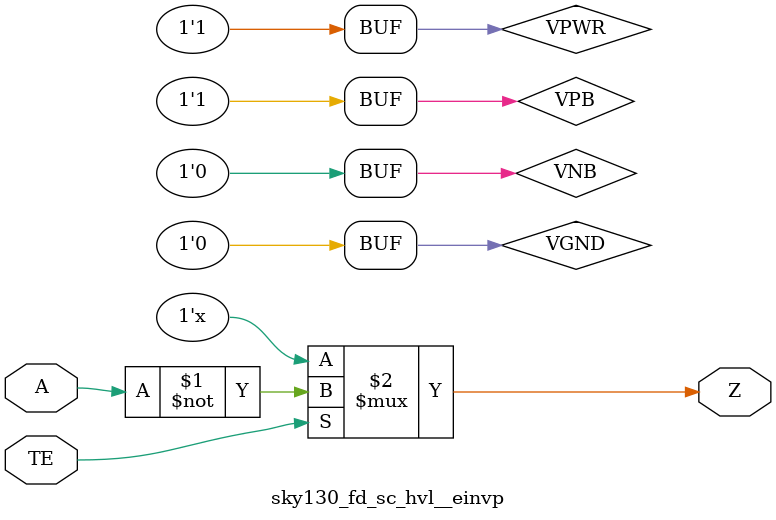
<source format=v>
/*
 * Copyright 2020 The SkyWater PDK Authors
 *
 * Licensed under the Apache License, Version 2.0 (the "License");
 * you may not use this file except in compliance with the License.
 * You may obtain a copy of the License at
 *
 *     https://www.apache.org/licenses/LICENSE-2.0
 *
 * Unless required by applicable law or agreed to in writing, software
 * distributed under the License is distributed on an "AS IS" BASIS,
 * WITHOUT WARRANTIES OR CONDITIONS OF ANY KIND, either express or implied.
 * See the License for the specific language governing permissions and
 * limitations under the License.
 *
 * SPDX-License-Identifier: Apache-2.0
*/


`ifndef SKY130_FD_SC_HVL__EINVP_TIMING_V
`define SKY130_FD_SC_HVL__EINVP_TIMING_V

/**
 * einvp: Tri-state inverter, positive enable.
 *
 * Verilog simulation timing model.
 */

`timescale 1ns / 1ps
`default_nettype none

`celldefine
module sky130_fd_sc_hvl__einvp (
    Z ,
    A ,
    TE
);

    // Module ports
    output Z ;
    input  A ;
    input  TE;

    // Module supplies
    supply1 VPWR;
    supply0 VGND;
    supply1 VPB ;
    supply0 VNB ;

    //     Name     Output  Other arguments
    notif1 notif10 (Z     , A, TE          );

endmodule
`endcelldefine

`default_nettype wire
`endif  // SKY130_FD_SC_HVL__EINVP_TIMING_V

</source>
